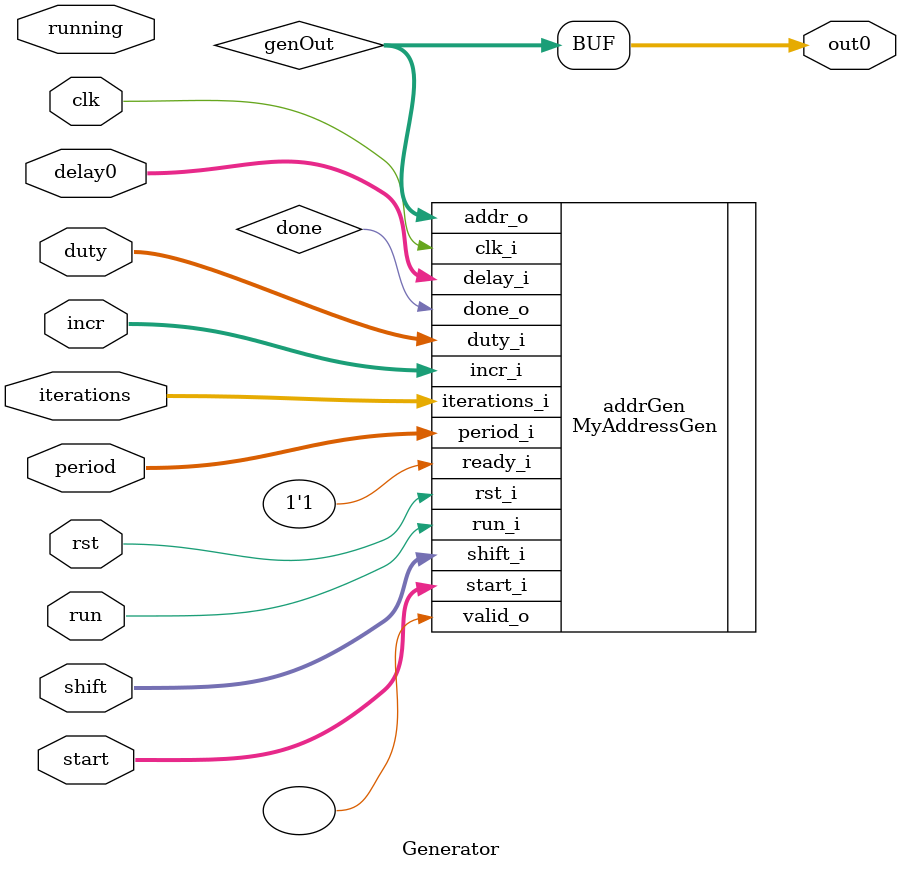
<source format=v>
`timescale 1ns / 1ps

module Generator #(
   parameter PERIOD_W = 16
   ) (
   input                   clk,
   input                   rst,

   input                   running,
   input                   run,

   //configurations 
   input [31:0]            iterations,
   input [PERIOD_W - 1:0]  period,
   input [PERIOD_W - 1:0]  duty,
   input [31:0]            start,
   input [31:0]            shift,
   input [31:0]            incr,

   input [31:0]            delay0,

   //outputs 
   (* versat_latency = 0 *) output [31:0] out0 // Latency zero because Address Gen is one cycle ahead in providing the address
   );

wire [31:0] genOut;
wire done;

assign out0 = genOut; //done ? off_value : genOut;

MyAddressGen #(.ADDR_W(32),.DATA_W(8),.PERIOD_W(PERIOD_W)) addrGen(
   .clk_i(clk),
   .rst_i(rst),

   .run_i(run),

   //configurations 
   .iterations_i(iterations),
   .period_i(period),
   .duty_i(duty),
   .delay_i(delay0),
   .start_i(start),
   .shift_i(shift),
   .incr_i(incr),

   //outputs 
   .valid_o(),
   .ready_i(1'b1),
   .addr_o(genOut),

   .done_o(done)
   );

endmodule
</source>
